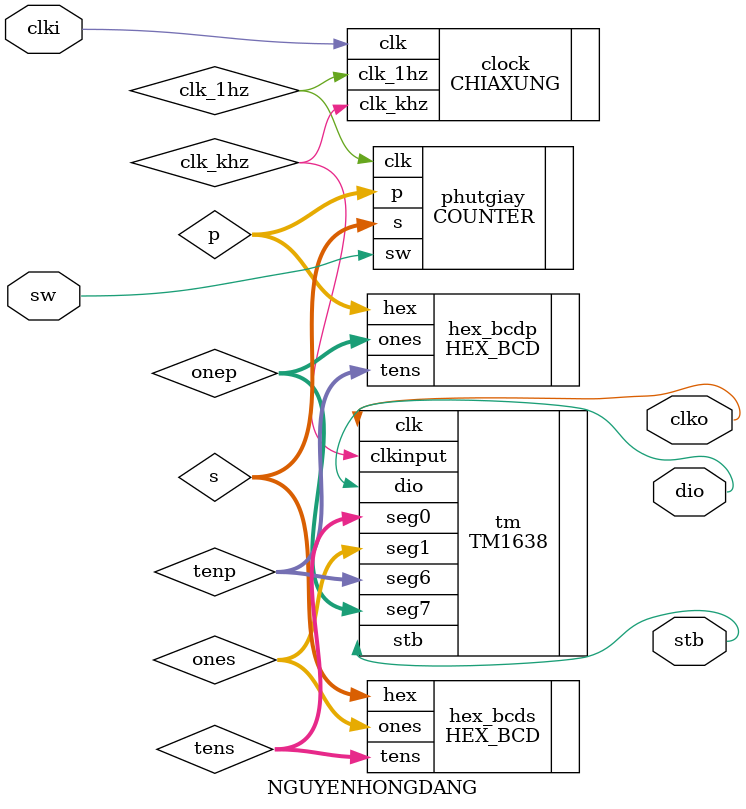
<source format=v>
`timescale 1ns / 1ps
module NGUYENHONGDANG(
input wire sw,
input wire clki,
output wire clko,
output wire stb,
output wire dio
    );
wire clk_khz,clk_1hz;
wire [5:0]s,p;
wire [3:0] ones,tens,onep,tenp ;
CHIAXUNG clock (.clk(clki),.clk_1hz(clk_1hz),.clk_khz(clk_khz));
COUNTER phutgiay (.clk(clk_1hz),.sw(sw),.s(s),.p(p));
HEX_BCD hex_bcds (.hex(s),.ones(ones),.tens(tens));
HEX_BCD hex_bcdp (.hex(p),.ones(onep),.tens(tenp));
wire [4:0] seg [7:0];
TM1638 tm (.seg0(tens),.seg1(ones),.seg6(tenp),.seg7(onep),
.clkinput(clk_khz),
 .clk(clko),
 .stb(stb),
 .dio(dio)
 );


endmodule

</source>
